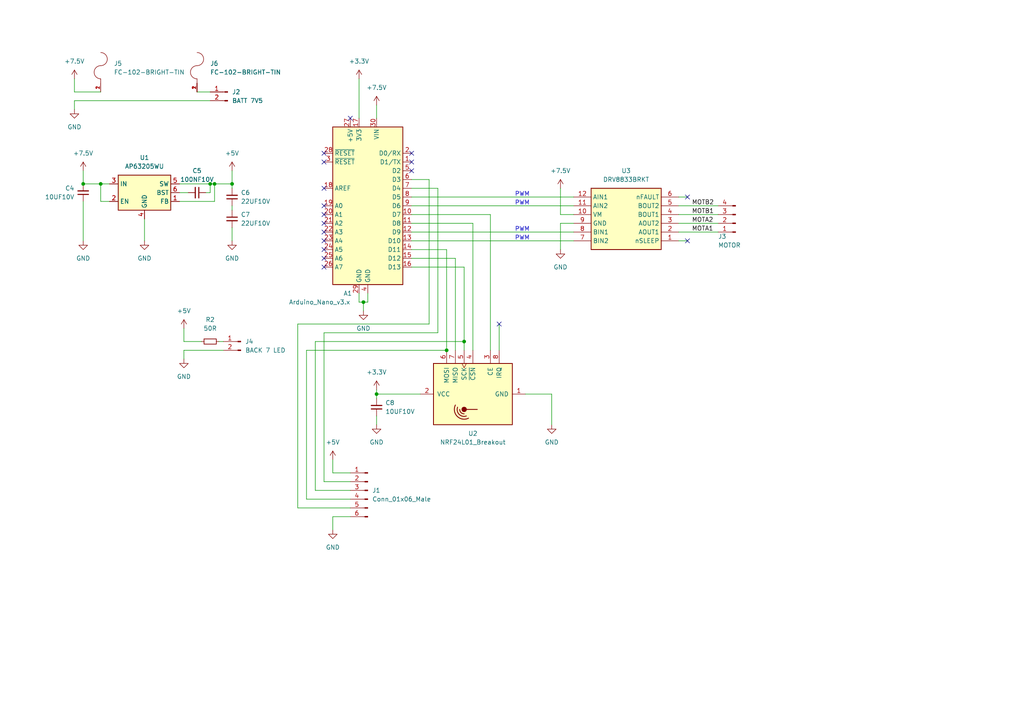
<source format=kicad_sch>
(kicad_sch (version 20211123) (generator eeschema)
  (paper "A4")
  (lib_symbols
    (symbol "Connector:Conn_01x02_Male" (pin_names (offset 1.016) hide)
      (property "Reference" "J" (at 0 2.54 0))
      (property "Value" "Conn_01x02_Male" (at 0 -5.08 0))
      (symbol "Conn_01x02_Male_1_1"
        (polyline (pts (xy 1.27 -2.54) (xy 0.8636 -2.54)) (stroke (width 0.1524)))
        (polyline (pts (xy 1.27 0) (xy 0.8636 0)) (stroke (width 0.1524)))
        (rectangle (start 0.8636 -2.413) (end 0 -2.667) (stroke (width 0.1524)) (fill (type outline)))
        (rectangle (start 0.8636 0.127) (end 0 -0.127) (stroke (width 0.1524)) (fill (type outline)))
        (pin passive line (at 5.08 0 180) (length 3.81) (name "Pin_1") (number "1"))
        (pin passive line (at 5.08 -2.54 180) (length 3.81) (name "Pin_2") (number "2"))
      )
    )
    (symbol "Connector:Conn_01x04_Male" (pin_names (offset 1.016) hide)
      (property "Reference" "J" (at 0 5.08 0))
      (property "Value" "Conn_01x04_Male" (at 0 -7.62 0))
      (symbol "Conn_01x04_Male_1_1"
        (polyline (pts (xy 1.27 -5.08) (xy 0.8636 -5.08)) (stroke (width 0.1524)))
        (polyline (pts (xy 1.27 -2.54) (xy 0.8636 -2.54)) (stroke (width 0.1524)))
        (polyline (pts (xy 1.27 0) (xy 0.8636 0)) (stroke (width 0.1524)))
        (polyline (pts (xy 1.27 2.54) (xy 0.8636 2.54)) (stroke (width 0.1524)))
        (rectangle (start 0.8636 -4.953) (end 0 -5.207) (stroke (width 0.1524)) (fill (type outline)))
        (rectangle (start 0.8636 -2.413) (end 0 -2.667) (stroke (width 0.1524)) (fill (type outline)))
        (rectangle (start 0.8636 0.127) (end 0 -0.127) (stroke (width 0.1524)) (fill (type outline)))
        (rectangle (start 0.8636 2.667) (end 0 2.413) (stroke (width 0.1524)) (fill (type outline)))
        (pin passive line (at 5.08 2.54 180) (length 3.81) (name "Pin_1") (number "1"))
        (pin passive line (at 5.08 0 180) (length 3.81) (name "Pin_2") (number "2"))
        (pin passive line (at 5.08 -2.54 180) (length 3.81) (name "Pin_3") (number "3"))
        (pin passive line (at 5.08 -5.08 180) (length 3.81) (name "Pin_4") (number "4"))
      )
    )
    (symbol "Connector:Conn_01x06_Male" (pin_names (offset 1.016) hide)
      (property "Reference" "J" (at 0 7.62 0))
      (property "Value" "Conn_01x06_Male" (at 0 -10.16 0))
      (symbol "Conn_01x06_Male_1_1"
        (polyline (pts (xy 1.27 -7.62) (xy 0.8636 -7.62)) (stroke (width 0.1524)))
        (polyline (pts (xy 1.27 -5.08) (xy 0.8636 -5.08)) (stroke (width 0.1524)))
        (polyline (pts (xy 1.27 -2.54) (xy 0.8636 -2.54)) (stroke (width 0.1524)))
        (polyline (pts (xy 1.27 0) (xy 0.8636 0)) (stroke (width 0.1524)))
        (polyline (pts (xy 1.27 2.54) (xy 0.8636 2.54)) (stroke (width 0.1524)))
        (polyline (pts (xy 1.27 5.08) (xy 0.8636 5.08)) (stroke (width 0.1524)))
        (rectangle (start 0.8636 -7.493) (end 0 -7.747) (stroke (width 0.1524)) (fill (type outline)))
        (rectangle (start 0.8636 -4.953) (end 0 -5.207) (stroke (width 0.1524)) (fill (type outline)))
        (rectangle (start 0.8636 -2.413) (end 0 -2.667) (stroke (width 0.1524)) (fill (type outline)))
        (rectangle (start 0.8636 0.127) (end 0 -0.127) (stroke (width 0.1524)) (fill (type outline)))
        (rectangle (start 0.8636 2.667) (end 0 2.413) (stroke (width 0.1524)) (fill (type outline)))
        (rectangle (start 0.8636 5.207) (end 0 4.953) (stroke (width 0.1524)) (fill (type outline)))
        (pin passive line (at 5.08 5.08 180) (length 3.81) (name "Pin_1") (number "1"))
        (pin passive line (at 5.08 2.54 180) (length 3.81) (name "Pin_2") (number "2"))
        (pin passive line (at 5.08 0 180) (length 3.81) (name "Pin_3") (number "3"))
        (pin passive line (at 5.08 -2.54 180) (length 3.81) (name "Pin_4") (number "4"))
        (pin passive line (at 5.08 -5.08 180) (length 3.81) (name "Pin_5") (number "5"))
        (pin passive line (at 5.08 -7.62 180) (length 3.81) (name "Pin_6") (number "6"))
      )
    )
    (symbol "DRV8833BRKT:DRV8833BRKT"
      (property "Reference" "U" (at 0 12.7 0))
      (property "Value" "DRV8833BRKT" (at 0 10.16 0))
      (symbol "DRV8833BRKT_0_1"
        (rectangle (start -10.16 8.89) (end 10.16 -8.89) (stroke (width 0.254)) (fill (type background)))
      )
      (symbol "DRV8833BRKT_1_1"
        (pin input line (at -15.24 6.35 0) (length 5.08) (name "nSLEEP") (number "1"))
        (pin power_in line (at 15.24 -1.27 180) (length 5.08) (name "VM") (number "10"))
        (pin input line (at 15.24 -3.81 180) (length 5.08) (name "AIN2") (number "11"))
        (pin input line (at 15.24 -6.35 180) (length 5.08) (name "AIN1") (number "12"))
        (pin power_out line (at -15.24 3.81 0) (length 5.08) (name "AOUT1") (number "2"))
        (pin power_out line (at -15.24 1.27 0) (length 5.08) (name "AOUT2") (number "3"))
        (pin power_out line (at -15.24 -1.27 0) (length 5.08) (name "BOUT1") (number "4"))
        (pin power_out line (at -15.24 -3.81 0) (length 5.08) (name "BOUT2") (number "5"))
        (pin open_collector line (at -15.24 -6.35 0) (length 5.08) (name "nFAULT") (number "6"))
        (pin input line (at 15.24 6.35 180) (length 5.08) (name "BIN2") (number "7"))
        (pin input line (at 15.24 3.81 180) (length 5.08) (name "BIN1") (number "8"))
        (pin power_in line (at 15.24 1.27 180) (length 5.08) (name "GND") (number "9"))
      )
    )
    (symbol "Device:C_Small" (pin_numbers hide) (pin_names (offset 0.254) hide)
      (property "Reference" "C" (at 0.254 1.778 0))
      (property "Value" "C_Small" (at 0.254 -2.032 0))
      (symbol "C_Small_0_1"
        (polyline (pts (xy -1.524 -0.508) (xy 1.524 -0.508)) (stroke (width 0.3302)))
        (polyline (pts (xy -1.524 0.508) (xy 1.524 0.508)) (stroke (width 0.3048)))
      )
      (symbol "C_Small_1_1"
        (pin passive line (at 0 2.54 270) (length 2.032) (name "~") (number "1"))
        (pin passive line (at 0 -2.54 90) (length 2.032) (name "~") (number "2"))
      )
    )
    (symbol "Device:R_Small" (pin_numbers hide) (pin_names (offset 0.254) hide)
      (property "Reference" "R" (at 0.762 0.508 0))
      (property "Value" "R_Small" (at 0.762 -1.016 0))
      (symbol "R_Small_0_1"
        (rectangle (start -0.762 1.778) (end 0.762 -1.778) (stroke (width 0.2032)))
      )
      (symbol "R_Small_1_1"
        (pin passive line (at 0 2.54 270) (length 0.762) (name "~") (number "1"))
        (pin passive line (at 0 -2.54 90) (length 0.762) (name "~") (number "2"))
      )
    )
    (symbol "FC-102-BRIGHT-TIN:FC-102-BRIGHT-TIN" (pin_names (offset 1.016))
      (property "Reference" "J" (at -5.08 2.54 0))
      (property "Value" "FC-102-BRIGHT-TIN" (at -5.08 -3.81 0))
      (symbol "FC-102-BRIGHT-TIN_0_0"
        (arc (start 0 0) (mid -1.905 1.905) (end -3.81 0) (stroke (width 0.1524)))
        (polyline (pts (xy -5.08 0) (xy -3.81 0)) (stroke (width 0.1524)))
        (arc (start 0 0) (mid 1.905 -1.905) (end 3.81 0) (stroke (width 0.1524)))
        (pin passive line (at -7.62 0 0) (length 2.54) (name "~") (number "1"))
        (pin passive line (at -7.62 0 0) (length 2.54) (name "~") (number "2"))
      )
    )
    (symbol "MCU_Module:Arduino_Nano_v3.x"
      (property "Reference" "A" (at -10.16 23.495 0))
      (property "Value" "Arduino_Nano_v3.x" (at 5.08 -24.13 0))
      (symbol "Arduino_Nano_v3.x_0_1"
        (rectangle (start -10.16 22.86) (end 10.16 -22.86) (stroke (width 0.254)) (fill (type background)))
      )
      (symbol "Arduino_Nano_v3.x_1_1"
        (pin bidirectional line (at -12.7 12.7 0) (length 2.54) (name "D1/TX") (number "1"))
        (pin bidirectional line (at -12.7 -2.54 0) (length 2.54) (name "D7") (number "10"))
        (pin bidirectional line (at -12.7 -5.08 0) (length 2.54) (name "D8") (number "11"))
        (pin bidirectional line (at -12.7 -7.62 0) (length 2.54) (name "D9") (number "12"))
        (pin bidirectional line (at -12.7 -10.16 0) (length 2.54) (name "D10") (number "13"))
        (pin bidirectional line (at -12.7 -12.7 0) (length 2.54) (name "D11") (number "14"))
        (pin bidirectional line (at -12.7 -15.24 0) (length 2.54) (name "D12") (number "15"))
        (pin bidirectional line (at -12.7 -17.78 0) (length 2.54) (name "D13") (number "16"))
        (pin power_out line (at 2.54 25.4 270) (length 2.54) (name "3V3") (number "17"))
        (pin input line (at 12.7 5.08 180) (length 2.54) (name "AREF") (number "18"))
        (pin bidirectional line (at 12.7 0 180) (length 2.54) (name "A0") (number "19"))
        (pin bidirectional line (at -12.7 15.24 0) (length 2.54) (name "D0/RX") (number "2"))
        (pin bidirectional line (at 12.7 -2.54 180) (length 2.54) (name "A1") (number "20"))
        (pin bidirectional line (at 12.7 -5.08 180) (length 2.54) (name "A2") (number "21"))
        (pin bidirectional line (at 12.7 -7.62 180) (length 2.54) (name "A3") (number "22"))
        (pin bidirectional line (at 12.7 -10.16 180) (length 2.54) (name "A4") (number "23"))
        (pin bidirectional line (at 12.7 -12.7 180) (length 2.54) (name "A5") (number "24"))
        (pin bidirectional line (at 12.7 -15.24 180) (length 2.54) (name "A6") (number "25"))
        (pin bidirectional line (at 12.7 -17.78 180) (length 2.54) (name "A7") (number "26"))
        (pin power_out line (at 5.08 25.4 270) (length 2.54) (name "+5V") (number "27"))
        (pin input line (at 12.7 15.24 180) (length 2.54) (name "~{RESET}") (number "28"))
        (pin power_in line (at 2.54 -25.4 90) (length 2.54) (name "GND") (number "29"))
        (pin input line (at 12.7 12.7 180) (length 2.54) (name "~{RESET}") (number "3"))
        (pin power_in line (at -2.54 25.4 270) (length 2.54) (name "VIN") (number "30"))
        (pin power_in line (at 0 -25.4 90) (length 2.54) (name "GND") (number "4"))
        (pin bidirectional line (at -12.7 10.16 0) (length 2.54) (name "D2") (number "5"))
        (pin bidirectional line (at -12.7 7.62 0) (length 2.54) (name "D3") (number "6"))
        (pin bidirectional line (at -12.7 5.08 0) (length 2.54) (name "D4") (number "7"))
        (pin bidirectional line (at -12.7 2.54 0) (length 2.54) (name "D5") (number "8"))
        (pin bidirectional line (at -12.7 0 0) (length 2.54) (name "D6") (number "9"))
      )
    )
    (symbol "RF:NRF24L01_Breakout" (pin_names (offset 1.016))
      (property "Reference" "U" (at -8.89 12.7 0))
      (property "Value" "NRF24L01_Breakout" (at 3.81 12.7 0))
      (symbol "NRF24L01_Breakout_0_1"
        (rectangle (start -8.89 11.43) (end 8.89 -11.43) (stroke (width 0.254)) (fill (type background)))
        (polyline (pts (xy 4.445 1.905) (xy 4.445 -1.27)) (stroke (width 0.254)))
        (circle (center 4.445 2.54) (radius 0.635) (stroke (width 0.254)) (fill (type outline)))
        (arc (start 5.715 2.54) (mid 5.3521 3.4546) (end 4.445 3.81) (stroke (width 0.254)))
        (arc (start 6.35 1.905) (mid 5.8763 3.9854) (end 3.81 4.445) (stroke (width 0.254)))
        (arc (start 6.985 1.27) (mid 6.453 4.548) (end 3.175 5.08) (stroke (width 0.254)))
      )
      (symbol "NRF24L01_Breakout_1_1"
        (pin power_in line (at 0 -15.24 90) (length 3.81) (name "GND") (number "1"))
        (pin power_in line (at 0 15.24 270) (length 3.81) (name "VCC") (number "2"))
        (pin input line (at -12.7 -5.08 0) (length 3.81) (name "CE") (number "3"))
        (pin input line (at -12.7 0 0) (length 3.81) (name "~{CSN}") (number "4"))
        (pin input clock (at -12.7 2.54 0) (length 3.81) (name "SCK") (number "5"))
        (pin input line (at -12.7 7.62 0) (length 3.81) (name "MOSI") (number "6"))
        (pin output line (at -12.7 5.08 0) (length 3.81) (name "MISO") (number "7"))
        (pin output line (at -12.7 -7.62 0) (length 3.81) (name "IRQ") (number "8"))
      )
    )
    (symbol "Regulator_Switching:AP63205WU"
      (property "Reference" "U" (at -7.62 6.35 0))
      (property "Value" "AP63205WU" (at 2.54 6.35 0))
      (symbol "AP63205WU_0_1"
        (rectangle (start -7.62 5.08) (end 7.62 -5.08) (stroke (width 0.254)) (fill (type background)))
      )
      (symbol "AP63205WU_1_1"
        (pin input line (at 10.16 -2.54 180) (length 2.54) (name "FB") (number "1"))
        (pin input line (at -10.16 -2.54 0) (length 2.54) (name "EN") (number "2"))
        (pin power_in line (at -10.16 2.54 0) (length 2.54) (name "IN") (number "3"))
        (pin power_in line (at 0 -7.62 90) (length 2.54) (name "GND") (number "4"))
        (pin output line (at 10.16 2.54 180) (length 2.54) (name "SW") (number "5"))
        (pin passive line (at 10.16 0 180) (length 2.54) (name "BST") (number "6"))
      )
    )
    (symbol "power:+3.3V" (power) (pin_names (offset 0))
      (property "Value" "+3.3V" (at 0 3.556 0))
      (symbol "+3.3V_0_1"
        (polyline (pts (xy -0.762 1.27) (xy 0 2.54)))
        (polyline (pts (xy 0 0) (xy 0 2.54)))
        (polyline (pts (xy 0 2.54) (xy 0.762 1.27)))
      )
      (symbol "+3.3V_1_1"
        (pin power_in line (at 0 0 90) (length 0) hide (name "+3.3V") (number "1"))
      )
    )
    (symbol "power:+5V" (power) (pin_names (offset 0))
      (property "Value" "+5V" (at 0 3.556 0))
      (symbol "+5V_0_1"
        (polyline (pts (xy -0.762 1.27) (xy 0 2.54)))
        (polyline (pts (xy 0 0) (xy 0 2.54)))
        (polyline (pts (xy 0 2.54) (xy 0.762 1.27)))
      )
      (symbol "+5V_1_1"
        (pin power_in line (at 0 0 90) (length 0) hide (name "+5V") (number "1"))
      )
    )
    (symbol "power:+7.5V" (power) (pin_names (offset 0))
      (property "Value" "+7.5V" (at 0 3.556 0))
      (symbol "+7.5V_0_1"
        (polyline (pts (xy -0.762 1.27) (xy 0 2.54)))
        (polyline (pts (xy 0 0) (xy 0 2.54)))
        (polyline (pts (xy 0 2.54) (xy 0.762 1.27)))
      )
      (symbol "+7.5V_1_1"
        (pin power_in line (at 0 0 90) (length 0) hide (name "+7.5V") (number "1"))
      )
    )
    (symbol "power:GND" (power) (pin_names (offset 0))
      (property "Value" "GND" (at 0 -3.81 0))
      (symbol "GND_0_1"
        (polyline (pts (xy 0 0) (xy 0 -1.27) (xy 1.27 -1.27) (xy 0 -2.54) (xy -1.27 -1.27) (xy 0 -1.27)))
      )
      (symbol "GND_1_1"
        (pin power_in line (at 0 0 270) (length 0) hide (name "GND") (number "1"))
      )
    )
  )
  (junction (at 129.54 101.6))
  (junction (at 109.22 114.3))
  (junction (at 60.96 53.34))
  (junction (at 134.62 99.06))
  (junction (at 62.23 53.34))
  (junction (at 67.31 53.34))
  (junction (at 24.13 53.34))
  (junction (at 29.21 53.34))
  (junction (at 105.41 87.63))
  (no_connect (at 93.98 62.23))
  (no_connect (at 101.6 34.29))
  (no_connect (at 199.39 57.15))
  (no_connect (at 93.98 72.39))
  (no_connect (at 93.98 46.99))
  (no_connect (at 119.38 46.99))
  (no_connect (at 93.98 54.61))
  (no_connect (at 93.98 64.77))
  (no_connect (at 199.39 69.85))
  (no_connect (at 119.38 49.53))
  (no_connect (at 93.98 77.47))
  (no_connect (at 93.98 67.31))
  (no_connect (at 93.98 44.45))
  (no_connect (at 93.98 69.85))
  (no_connect (at 119.38 44.45))
  (no_connect (at 144.78 93.98))
  (no_connect (at 93.98 74.93))
  (no_connect (at 93.98 59.69))
  (wire (pts (xy 91.44 99.06) (xy 91.44 142.24)))
  (wire (pts (xy 105.41 87.63) (xy 105.41 90.17)))
  (wire (pts (xy 119.38 67.31) (xy 166.37 67.31)))
  (wire (pts (xy 88.9 144.78) (xy 88.9 101.6)))
  (wire (pts (xy 134.62 101.6) (xy 134.62 99.06)))
  (wire (pts (xy 67.31 66.04) (xy 67.31 69.85)))
  (wire (pts (xy 88.9 101.6) (xy 129.54 101.6)))
  (wire (pts (xy 57.15 26.67) (xy 60.96 26.67)))
  (wire (pts (xy 104.14 87.63) (xy 105.41 87.63)))
  (wire (pts (xy 132.08 101.6) (xy 132.08 74.93)))
  (wire (pts (xy 144.78 93.98) (xy 144.78 101.6)))
  (wire (pts (xy 129.54 72.39) (xy 119.38 72.39)))
  (wire (pts (xy 152.4 114.3) (xy 160.02 114.3)))
  (wire (pts (xy 196.85 62.23) (xy 208.28 62.23)))
  (wire (pts (xy 67.31 53.34) (xy 67.31 54.61)))
  (wire (pts (xy 101.6 139.7) (xy 93.98 139.7)))
  (wire (pts (xy 41.91 63.5) (xy 41.91 69.85)))
  (wire (pts (xy 24.13 49.53) (xy 24.13 53.34)))
  (wire (pts (xy 53.34 101.6) (xy 64.77 101.6)))
  (wire (pts (xy 62.23 58.42) (xy 62.23 53.34)))
  (wire (pts (xy 21.59 29.21) (xy 21.59 31.75)))
  (wire (pts (xy 53.34 95.25) (xy 53.34 99.06)))
  (wire (pts (xy 104.14 22.86) (xy 104.14 34.29)))
  (wire (pts (xy 106.68 87.63) (xy 106.68 85.09)))
  (wire (pts (xy 31.75 58.42) (xy 29.21 58.42)))
  (wire (pts (xy 109.22 120.65) (xy 109.22 123.19)))
  (wire (pts (xy 101.6 137.16) (xy 96.52 137.16)))
  (wire (pts (xy 119.38 59.69) (xy 166.37 59.69)))
  (wire (pts (xy 52.07 58.42) (xy 62.23 58.42)))
  (wire (pts (xy 162.56 54.61) (xy 162.56 62.23)))
  (wire (pts (xy 29.21 58.42) (xy 29.21 53.34)))
  (wire (pts (xy 60.96 29.21) (xy 21.59 29.21)))
  (wire (pts (xy 124.46 93.98) (xy 86.36 93.98)))
  (wire (pts (xy 24.13 58.42) (xy 24.13 69.85)))
  (wire (pts (xy 101.6 144.78) (xy 88.9 144.78)))
  (wire (pts (xy 86.36 93.98) (xy 86.36 147.32)))
  (wire (pts (xy 29.21 53.34) (xy 31.75 53.34)))
  (wire (pts (xy 91.44 99.06) (xy 134.62 99.06)))
  (wire (pts (xy 109.22 30.48) (xy 109.22 34.29)))
  (wire (pts (xy 21.59 22.86) (xy 21.59 26.67)))
  (wire (pts (xy 67.31 60.96) (xy 67.31 59.69)))
  (wire (pts (xy 52.07 53.34) (xy 60.96 53.34)))
  (wire (pts (xy 86.36 147.32) (xy 101.6 147.32)))
  (wire (pts (xy 93.98 96.52) (xy 127 96.52)))
  (wire (pts (xy 196.85 69.85) (xy 199.39 69.85)))
  (wire (pts (xy 93.98 139.7) (xy 93.98 96.52)))
  (wire (pts (xy 124.46 52.07) (xy 124.46 93.98)))
  (wire (pts (xy 109.22 114.3) (xy 109.22 115.57)))
  (wire (pts (xy 160.02 114.3) (xy 160.02 123.19)))
  (wire (pts (xy 162.56 64.77) (xy 162.56 72.39)))
  (wire (pts (xy 166.37 62.23) (xy 162.56 62.23)))
  (wire (pts (xy 104.14 85.09) (xy 104.14 87.63)))
  (wire (pts (xy 119.38 52.07) (xy 124.46 52.07)))
  (wire (pts (xy 142.24 62.23) (xy 119.38 62.23)))
  (wire (pts (xy 119.38 54.61) (xy 127 54.61)))
  (wire (pts (xy 62.23 53.34) (xy 67.31 53.34)))
  (wire (pts (xy 24.13 53.34) (xy 29.21 53.34)))
  (wire (pts (xy 166.37 64.77) (xy 162.56 64.77)))
  (wire (pts (xy 142.24 101.6) (xy 142.24 62.23)))
  (wire (pts (xy 196.85 67.31) (xy 208.28 67.31)))
  (wire (pts (xy 52.07 55.88) (xy 54.61 55.88)))
  (wire (pts (xy 60.96 53.34) (xy 62.23 53.34)))
  (wire (pts (xy 119.38 57.15) (xy 166.37 57.15)))
  (wire (pts (xy 132.08 74.93) (xy 119.38 74.93)))
  (wire (pts (xy 127 96.52) (xy 127 54.61)))
  (wire (pts (xy 21.59 26.67) (xy 29.21 26.67)))
  (wire (pts (xy 105.41 87.63) (xy 106.68 87.63)))
  (wire (pts (xy 53.34 101.6) (xy 53.34 104.14)))
  (wire (pts (xy 196.85 59.69) (xy 208.28 59.69)))
  (wire (pts (xy 134.62 99.06) (xy 134.62 77.47)))
  (wire (pts (xy 196.85 57.15) (xy 199.39 57.15)))
  (wire (pts (xy 67.31 49.53) (xy 67.31 53.34)))
  (wire (pts (xy 196.85 64.77) (xy 208.28 64.77)))
  (wire (pts (xy 109.22 114.3) (xy 109.22 113.03)))
  (wire (pts (xy 101.6 142.24) (xy 91.44 142.24)))
  (wire (pts (xy 119.38 77.47) (xy 134.62 77.47)))
  (wire (pts (xy 129.54 101.6) (xy 129.54 72.39)))
  (wire (pts (xy 119.38 69.85) (xy 166.37 69.85)))
  (wire (pts (xy 53.34 99.06) (xy 58.42 99.06)))
  (wire (pts (xy 101.6 149.86) (xy 96.52 149.86)))
  (wire (pts (xy 137.16 64.77) (xy 119.38 64.77)))
  (wire (pts (xy 60.96 55.88) (xy 60.96 53.34)))
  (wire (pts (xy 96.52 133.35) (xy 96.52 137.16)))
  (wire (pts (xy 64.77 99.06) (xy 63.5 99.06)))
  (wire (pts (xy 137.16 101.6) (xy 137.16 64.77)))
  (wire (pts (xy 59.69 55.88) (xy 60.96 55.88)))
  (wire (pts (xy 96.52 149.86) (xy 96.52 153.67)))
  (wire (pts (xy 109.22 114.3) (xy 121.92 114.3)))
  (text "PWM" (at 153.67 67.31 180) (effects (font (size 1.27 1.27)) (justify right bottom)))
  (text "PWM" (at 153.67 57.15 180) (effects (font (size 1.27 1.27)) (justify right bottom)))
  (text "PWM" (at 153.67 59.69 180) (effects (font (size 1.27 1.27)) (justify right bottom)))
  (text "PWM" (at 153.67 69.85 180) (effects (font (size 1.27 1.27)) (justify right bottom)))
  (label "MOTB1" (at 200.66 62.23 0))
  (label "MOTA2" (at 200.66 64.77 0))
  (label "MOTB2" (at 200.66 59.69 0))
  (label "MOTA1" (at 200.66 67.31 0))
  (symbol (lib_id "power:GND") (at 53.34 104.14 0) (unit 1)
    (property "Reference" "#PWR0105" (effects hide))
    (property "Value" "GND" (at 53.34 109.22 0))
  )
  (symbol (lib_id "Device:C_Small") (at 57.15 55.88 270) (mirror x) (unit 1)
    (property "Reference" "C5" (at 57.1436 49.53 90))
    (property "Value" "100NF10V" (at 57.15 52.07 90))
    (property "Footprint" "Capacitor_SMD:C_0805_2012Metric_Pad1.18x1.45mm_HandSolder" (effects hide))
  )
  (symbol (lib_id "Device:C_Small") (at 109.22 118.11 180) (unit 1)
    (property "Reference" "C8" (at 111.76 116.8335 0) (effects (justify right)))
    (property "Value" "10UF10V" (at 111.76 119.3735 0) (effects (justify right)))
    (property "Footprint" "Capacitor_SMD:C_0805_2012Metric_Pad1.18x1.45mm_HandSolder" (effects hide))
  )
  (symbol (lib_id "Device:C_Small") (at 67.31 63.5 0) (mirror y) (unit 1)
    (property "Reference" "C7" (at 69.85 62.2362 0) (effects (justify right)))
    (property "Value" "22UF10V" (at 69.85 64.7762 0) (effects (justify right)))
    (property "Footprint" "Capacitor_SMD:C_0805_2012Metric_Pad1.18x1.45mm_HandSolder" (effects hide))
  )
  (symbol (lib_id "power:+7.5V") (at 109.22 30.48 0) (unit 1)
    (property "Reference" "#PWR011" (effects hide))
    (property "Value" "+7.5V" (at 109.22 25.4 0))
  )
  (symbol (lib_id "power:+7.5V") (at 24.13 49.53 0) (unit 1)
    (property "Reference" "#PWR02" (effects hide))
    (property "Value" "+7.5V" (at 24.13 44.45 0))
  )
  (symbol (lib_id "power:GND") (at 21.59 31.75 0) (mirror y) (unit 1)
    (property "Reference" "#PWR0108" (effects hide))
    (property "Value" "GND" (at 21.59 36.83 0))
  )
  (symbol (lib_id "power:GND") (at 105.41 90.17 0) (unit 1)
    (property "Reference" "#PWR0116" (effects hide))
    (property "Value" "GND" (at 105.41 95.25 0))
  )
  (symbol (lib_id "power:+7.5V") (at 162.56 54.61 0) (unit 1)
    (property "Reference" "#PWR0102" (effects hide))
    (property "Value" "+7.5V" (at 162.56 49.53 0))
  )
  (symbol (lib_id "RF:NRF24L01_Breakout") (at 137.16 114.3 90) (mirror x) (unit 1)
    (property "Reference" "U2" (at 137.16 125.73 90))
    (property "Value" "NRF24L01_Breakout" (at 137.16 128.27 90))
    (property "Footprint" "nRF24L01BRKT_SMD:nRF24L01_Breakout_SMD" (effects hide))
    (property "Datasheet" "http://www.nordicsemi.com/eng/content/download/2730/34105/file/nRF24L01_Product_Specification_v2_0.pdf" (effects hide))
  )
  (symbol (lib_id "power:+5V") (at 96.52 133.35 0) (unit 1)
    (property "Reference" "#PWR08" (effects hide))
    (property "Value" "+5V" (at 96.52 128.27 0))
  )
  (symbol (lib_id "power:GND") (at 109.22 123.19 0) (unit 1)
    (property "Reference" "#PWR013" (effects hide))
    (property "Value" "GND" (at 109.22 128.27 0))
  )
  (symbol (lib_id "power:GND") (at 162.56 72.39 0) (mirror y) (unit 1)
    (property "Reference" "#PWR0101" (effects hide))
    (property "Value" "GND" (at 162.56 77.47 0))
  )
  (symbol (lib_id "FC-102-BRIGHT-TIN:FC-102-BRIGHT-TIN") (at 57.15 19.05 90) (unit 1)
    (property "Reference" "J6" (at 60.96 18.4149 90) (effects (justify right)))
    (property "Value" "FC-102-BRIGHT-TIN" (at 60.96 20.9549 90) (effects (justify right)))
    (property "Footprint" "FC-102-BRIGHT-TIN:BEL_FC-102-BRIGHT-TIN" (effects hide))
    (property "PARTREV" "Jan2019" (effects hide))
    (property "STANDARD" "Manufacturer Recommendations" (effects hide))
    (property "MAXIMUM_PACKAGE_HEIGHT" "11.049mm" (effects hide))
    (property "MANUFACTURER" "Belfuse" (effects hide))
  )
  (symbol (lib_id "power:GND") (at 160.02 123.19 0) (unit 1)
    (property "Reference" "#PWR0110" (effects hide))
    (property "Value" "GND" (at 160.02 128.27 0))
  )
  (symbol (lib_id "Connector:Conn_01x04_Male") (at 213.36 64.77 180) (unit 1)
    (property "Reference" "J3" (at 208.28 68.58 0) (effects (justify right)))
    (property "Value" "MOTOR" (at 208.28 71.12 0) (effects (justify right)))
    (property "Footprint" "Connector_PinSocket_2.54mm:PinSocket_1x04_P2.54mm_Vertical" (effects hide))
  )
  (symbol (lib_id "FC-102-BRIGHT-TIN:FC-102-BRIGHT-TIN") (at 29.21 19.05 90) (unit 1)
    (property "Reference" "J5" (at 33.02 18.4149 90) (effects (justify right)))
    (property "Value" "FC-102-BRIGHT-TIN" (at 33.02 20.9549 90) (effects (justify right)))
    (property "Footprint" "FC-102-BRIGHT-TIN:BEL_FC-102-BRIGHT-TIN" (effects hide))
    (property "PARTREV" "Jan2019" (effects hide))
    (property "STANDARD" "Manufacturer Recommendations" (effects hide))
    (property "MAXIMUM_PACKAGE_HEIGHT" "11.049mm" (effects hide))
    (property "MANUFACTURER" "Belfuse" (effects hide))
  )
  (symbol (lib_id "MCU_Module:Arduino_Nano_v3.x") (at 106.68 59.69 0) (mirror y) (unit 1)
    (property "Reference" "A1" (at 102.1206 85.09 0) (effects (justify left)))
    (property "Value" "Arduino_Nano_v3.x" (at 101.6 87.63 0) (effects (justify left)))
    (property "Footprint" "Module:Arduino_Nano" (effects hide))
    (property "Datasheet" "http://www.mouser.com/pdfdocs/Gravitech_Arduino_Nano3_0.pdf" (effects hide))
  )
  (symbol (lib_id "power:+3.3V") (at 109.22 113.03 0) (unit 1)
    (property "Reference" "#PWR012" (effects hide))
    (property "Value" "+3.3V" (at 109.22 107.95 0))
  )
  (symbol (lib_id "power:+5V") (at 67.31 49.53 0) (unit 1)
    (property "Reference" "#PWR06" (effects hide))
    (property "Value" "+5V" (at 67.31 44.45 0))
  )
  (symbol (lib_id "power:+5V") (at 53.34 95.25 0) (unit 1)
    (property "Reference" "#PWR05" (effects hide))
    (property "Value" "+5V" (at 53.34 90.17 0))
  )
  (symbol (lib_id "Regulator_Switching:AP63205WU") (at 41.91 55.88 0) (unit 1)
    (property "Reference" "U1" (at 41.91 45.72 0))
    (property "Value" "AP63205WU" (at 41.91 48.26 0))
    (property "Footprint" "Package_TO_SOT_SMD:TSOT-23-6" (effects hide))
    (property "Datasheet" "https://www.diodes.com/assets/Datasheets/AP63200-AP63201-AP63203-AP63205.pdf" (effects hide))
  )
  (symbol (lib_id "power:+7.5V") (at 21.59 22.86 0) (unit 1)
    (property "Reference" "#PWR01" (effects hide))
    (property "Value" "+7.5V" (at 21.59 17.78 0))
  )
  (symbol (lib_id "Connector:Conn_01x02_Male") (at 69.85 99.06 0) (mirror y) (unit 1)
    (property "Reference" "J4" (at 71.12 99.0599 0) (effects (justify right)))
    (property "Value" "BACK 7 LED" (at 71.12 101.5999 0) (effects (justify right)))
    (property "Footprint" "Connector_PinHeader_2.54mm:PinHeader_1x02_P2.54mm_Vertical" (effects hide))
  )
  (symbol (lib_id "Connector:Conn_01x06_Male") (at 106.68 142.24 0) (mirror y) (unit 1)
    (property "Reference" "J1" (at 107.95 142.2399 0) (effects (justify right)))
    (property "Value" "Conn_01x06_Male" (at 107.95 144.7799 0) (effects (justify right)))
    (property "Footprint" "Connector_PinHeader_2.54mm:PinHeader_1x06_P2.54mm_Vertical" (effects hide))
  )
  (symbol (lib_id "power:GND") (at 67.31 69.85 0) (mirror y) (unit 1)
    (property "Reference" "#PWR07" (effects hide))
    (property "Value" "GND" (at 67.31 74.93 0))
  )
  (symbol (lib_id "power:+3.3V") (at 104.14 22.86 0) (unit 1)
    (property "Reference" "#PWR010" (effects hide))
    (property "Value" "+3.3V" (at 104.14 17.78 0))
  )
  (symbol (lib_id "Device:R_Small") (at 60.96 99.06 90) (unit 1)
    (property "Reference" "R2" (at 60.96 92.71 90))
    (property "Value" "50R" (at 60.96 95.25 90))
    (property "Footprint" "Resistor_SMD:R_0805_2012Metric" (effects hide))
  )
  (symbol (lib_id "power:GND") (at 41.91 69.85 0) (mirror y) (unit 1)
    (property "Reference" "#PWR04" (effects hide))
    (property "Value" "GND" (at 41.91 74.93 0))
  )
  (symbol (lib_id "Device:C_Small") (at 24.13 55.88 0) (mirror x) (unit 1)
    (property "Reference" "C4" (at 21.59 54.6035 0) (effects (justify right)))
    (property "Value" "10UF10V" (at 21.59 57.1435 0) (effects (justify right)))
    (property "Footprint" "Capacitor_SMD:C_0805_2012Metric_Pad1.18x1.45mm_HandSolder" (effects hide))
  )
  (symbol (lib_id "Connector:Conn_01x02_Male") (at 66.04 26.67 0) (mirror y) (unit 1)
    (property "Reference" "J2" (at 67.31 26.6699 0) (effects (justify right)))
    (property "Value" "BATT 7V5" (at 67.31 29.21 0) (effects (justify right)))
    (property "Footprint" "Connector_PinHeader_2.54mm:PinHeader_1x02_P2.54mm_Vertical" (effects hide))
  )
  (symbol (lib_id "DRV8833BRKT:DRV8833BRKT") (at 181.61 63.5 180) (unit 1)
    (property "Reference" "U3" (at 181.61 49.53 0))
    (property "Value" "DRV8833BRKT" (at 181.61 52.07 0))
    (property "Footprint" "DRV8833BRKT:DRV8833BRKT" (effects hide))
  )
  (symbol (lib_id "Device:C_Small") (at 67.31 57.15 180) (unit 1)
    (property "Reference" "C6" (at 69.85 55.8735 0) (effects (justify right)))
    (property "Value" "22UF10V" (at 69.85 58.42 0) (effects (justify right)))
    (property "Footprint" "Capacitor_SMD:C_0805_2012Metric_Pad1.18x1.45mm_HandSolder" (effects hide))
  )
  (symbol (lib_id "power:GND") (at 96.52 153.67 0) (unit 1)
    (property "Reference" "#PWR09" (effects hide))
    (property "Value" "GND" (at 96.52 158.75 0))
  )
  (symbol (lib_id "power:GND") (at 24.13 69.85 0) (mirror y) (unit 1)
    (property "Reference" "#PWR03" (effects hide))
    (property "Value" "GND" (at 24.13 74.93 0))
  )
)
</source>
